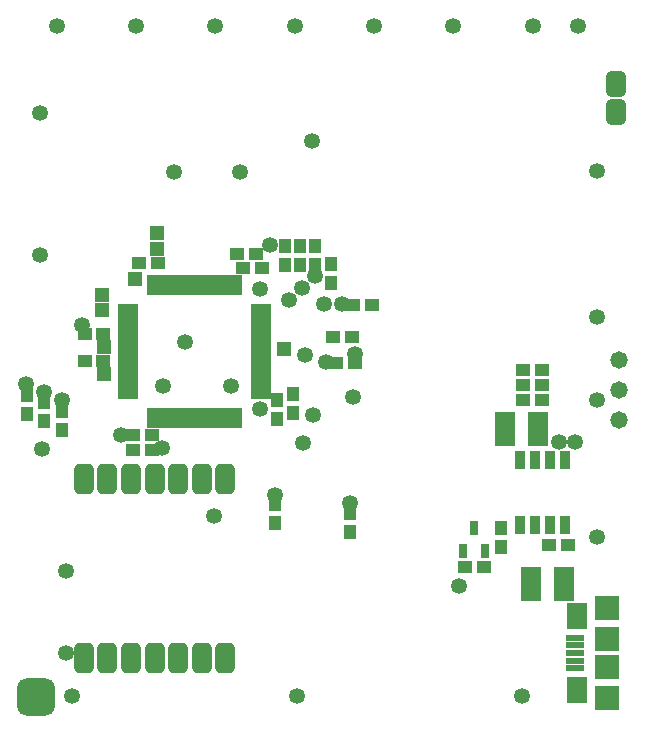
<source format=gbs>
G04*
G04 #@! TF.GenerationSoftware,Altium Limited,Altium Designer,19.0.5 (141)*
G04*
G04 Layer_Color=16711935*
%FSLAX25Y25*%
%MOIN*%
G70*
G01*
G75*
%ADD13R,0.03900X0.04600*%
G04:AMPARAMS|DCode=15|XSize=67.06mil|YSize=86.74mil|CornerRadius=18.76mil|HoleSize=0mil|Usage=FLASHONLY|Rotation=0.000|XOffset=0mil|YOffset=0mil|HoleType=Round|Shape=RoundedRectangle|*
%AMROUNDEDRECTD15*
21,1,0.06706,0.04921,0,0,0.0*
21,1,0.02953,0.08674,0,0,0.0*
1,1,0.03753,0.01476,-0.02461*
1,1,0.03753,-0.01476,-0.02461*
1,1,0.03753,-0.01476,0.02461*
1,1,0.03753,0.01476,0.02461*
%
%ADD15ROUNDEDRECTD15*%
%ADD16C,0.05800*%
G04:AMPARAMS|DCode=17|XSize=126.11mil|YSize=126.11mil|CornerRadius=33.53mil|HoleSize=0mil|Usage=FLASHONLY|Rotation=0.000|XOffset=0mil|YOffset=0mil|HoleType=Round|Shape=RoundedRectangle|*
%AMROUNDEDRECTD17*
21,1,0.12611,0.05906,0,0,0.0*
21,1,0.05906,0.12611,0,0,0.0*
1,1,0.06706,0.02953,-0.02953*
1,1,0.06706,-0.02953,-0.02953*
1,1,0.06706,-0.02953,0.02953*
1,1,0.06706,0.02953,0.02953*
%
%ADD17ROUNDEDRECTD17*%
%ADD18C,0.05300*%
%ADD40R,0.04737X0.04737*%
%ADD41R,0.04600X0.03900*%
%ADD42R,0.07099X0.11430*%
%ADD43R,0.03556X0.05918*%
%ADD44R,0.07099X0.09068*%
%ADD45R,0.06115X0.02375*%
%ADD46R,0.08280X0.07887*%
G04:AMPARAMS|DCode=47|XSize=102.49mil|YSize=67.06mil|CornerRadius=18.76mil|HoleSize=0mil|Usage=FLASHONLY|Rotation=90.000|XOffset=0mil|YOffset=0mil|HoleType=Round|Shape=RoundedRectangle|*
%AMROUNDEDRECTD47*
21,1,0.10249,0.02953,0,0,90.0*
21,1,0.06496,0.06706,0,0,90.0*
1,1,0.03753,0.01476,0.03248*
1,1,0.03753,0.01476,-0.03248*
1,1,0.03753,-0.01476,-0.03248*
1,1,0.03753,-0.01476,0.03248*
%
%ADD47ROUNDEDRECTD47*%
%ADD48R,0.03162X0.04737*%
%ADD49R,0.06600X0.01900*%
%ADD50R,0.01900X0.06600*%
D13*
X630448Y268085D02*
D03*
Y261785D02*
D03*
X635548Y268085D02*
D03*
Y261785D02*
D03*
X625348Y268085D02*
D03*
Y261785D02*
D03*
X640848Y262235D02*
D03*
Y255935D02*
D03*
X647148Y172885D02*
D03*
Y179185D02*
D03*
X622148Y175735D02*
D03*
Y182035D02*
D03*
X551103Y206885D02*
D03*
Y213185D02*
D03*
X545048Y209862D02*
D03*
Y216162D02*
D03*
X539348Y212255D02*
D03*
Y218555D02*
D03*
X697291Y174160D02*
D03*
Y167860D02*
D03*
X628043Y218810D02*
D03*
Y212510D02*
D03*
X622880Y216841D02*
D03*
Y210541D02*
D03*
D15*
X735748Y322235D02*
D03*
Y312635D02*
D03*
D16*
X736661Y220276D02*
D03*
Y230276D02*
D03*
Y210276D02*
D03*
D17*
X542493Y117913D02*
D03*
D18*
X620548Y268352D02*
D03*
X634248Y303135D02*
D03*
X543648Y312435D02*
D03*
X543848Y265135D02*
D03*
X544448Y200412D02*
D03*
X729348Y293035D02*
D03*
Y244435D02*
D03*
Y216903D02*
D03*
Y171035D02*
D03*
X554548Y118035D02*
D03*
X704248D02*
D03*
X629398D02*
D03*
X552348Y132435D02*
D03*
X601748Y178235D02*
D03*
X552348Y159635D02*
D03*
X584748Y221459D02*
D03*
X607248D02*
D03*
X634825Y211635D02*
D03*
X617175Y213835D02*
D03*
X588332Y292735D02*
D03*
X610448D02*
D03*
X648842Y232235D02*
D03*
X632048Y231735D02*
D03*
X638948Y229535D02*
D03*
X648098Y217935D02*
D03*
X722185Y202635D02*
D03*
X716648D02*
D03*
X647148Y182435D02*
D03*
X622241Y185235D02*
D03*
X584248Y200635D02*
D03*
X551103Y216903D02*
D03*
X545121Y219553D02*
D03*
X539139Y222203D02*
D03*
X557624Y241835D02*
D03*
X592003Y236024D02*
D03*
X644248Y248635D02*
D03*
X638448Y248735D02*
D03*
X635548Y258035D02*
D03*
X631162Y254095D02*
D03*
X626775Y250155D02*
D03*
X723187Y341536D02*
D03*
X707953D02*
D03*
X681519D02*
D03*
X655085D02*
D03*
X628651D02*
D03*
X602216D02*
D03*
X575782D02*
D03*
X549348D02*
D03*
X631523Y202559D02*
D03*
X617175Y253855D02*
D03*
X683346Y154791D02*
D03*
X566443Y188205D02*
D03*
X570843Y205005D02*
D03*
D40*
X625148Y233945D02*
D03*
X582748Y272413D02*
D03*
Y267113D02*
D03*
X575448Y257013D02*
D03*
X564348Y251913D02*
D03*
Y246913D02*
D03*
X564948Y234313D02*
D03*
Y225435D02*
D03*
D41*
X642459Y229135D02*
D03*
X648759D02*
D03*
X654398Y248535D02*
D03*
X648098D02*
D03*
X647798Y237835D02*
D03*
X641498D02*
D03*
X574798Y200235D02*
D03*
X581098D02*
D03*
X711198Y226635D02*
D03*
X704898D02*
D03*
X713335Y168351D02*
D03*
X719635D02*
D03*
X611335Y260705D02*
D03*
X617635D02*
D03*
X558593Y238845D02*
D03*
X564893D02*
D03*
Y229635D02*
D03*
X558593D02*
D03*
X711118Y221723D02*
D03*
X704817D02*
D03*
Y216868D02*
D03*
X711118D02*
D03*
X583045Y262305D02*
D03*
X576745D02*
D03*
X574776Y205005D02*
D03*
X581076D02*
D03*
X609367Y265423D02*
D03*
X615667D02*
D03*
X685346Y161091D02*
D03*
X691646D02*
D03*
D42*
X718551Y155315D02*
D03*
X707528D02*
D03*
X698836Y207235D02*
D03*
X709860D02*
D03*
D43*
X713709Y196653D02*
D03*
X718709D02*
D03*
X708709D02*
D03*
X703709D02*
D03*
X713709Y175000D02*
D03*
X718709D02*
D03*
X708709D02*
D03*
X703709D02*
D03*
D44*
X722685Y120266D02*
D03*
Y144676D02*
D03*
D45*
X722193Y127353D02*
D03*
Y129912D02*
D03*
Y132471D02*
D03*
Y135030D02*
D03*
Y137589D02*
D03*
D46*
X732724Y117510D02*
D03*
Y127943D02*
D03*
Y136998D02*
D03*
Y147432D02*
D03*
D47*
X581943Y130880D02*
D03*
X589817D02*
D03*
X597691D02*
D03*
X605565D02*
D03*
X574069D02*
D03*
X566195D02*
D03*
X558321D02*
D03*
Y190329D02*
D03*
X566195D02*
D03*
X574069D02*
D03*
X581943D02*
D03*
X589817D02*
D03*
X597691D02*
D03*
X605565D02*
D03*
D48*
X692236Y166286D02*
D03*
X684756D02*
D03*
X688496Y174160D02*
D03*
D49*
X573071Y218191D02*
D03*
Y220160D02*
D03*
Y222128D02*
D03*
Y224097D02*
D03*
Y226065D02*
D03*
Y228034D02*
D03*
Y230002D02*
D03*
Y231971D02*
D03*
Y233939D02*
D03*
Y235908D02*
D03*
Y237876D02*
D03*
Y239845D02*
D03*
Y241813D02*
D03*
Y243782D02*
D03*
Y245750D02*
D03*
Y247719D02*
D03*
X617371D02*
D03*
Y245750D02*
D03*
Y243782D02*
D03*
Y241813D02*
D03*
Y239845D02*
D03*
Y237876D02*
D03*
Y235908D02*
D03*
Y233939D02*
D03*
Y231971D02*
D03*
Y230002D02*
D03*
Y228034D02*
D03*
Y226065D02*
D03*
Y224097D02*
D03*
Y222128D02*
D03*
Y220160D02*
D03*
Y218191D02*
D03*
D50*
X580458Y255105D02*
D03*
X582426D02*
D03*
X584395D02*
D03*
X586363D02*
D03*
X588332D02*
D03*
X590300D02*
D03*
X592269D02*
D03*
X594237D02*
D03*
X596206D02*
D03*
X598174D02*
D03*
X600143D02*
D03*
X602111D02*
D03*
X604080D02*
D03*
X606048D02*
D03*
X608017D02*
D03*
X609985D02*
D03*
Y210805D02*
D03*
X608017D02*
D03*
X606048D02*
D03*
X604080D02*
D03*
X602111D02*
D03*
X600143D02*
D03*
X598174D02*
D03*
X596206D02*
D03*
X594237D02*
D03*
X592269D02*
D03*
X590300D02*
D03*
X588332D02*
D03*
X586363D02*
D03*
X584395D02*
D03*
X582426D02*
D03*
X580458D02*
D03*
M02*

</source>
